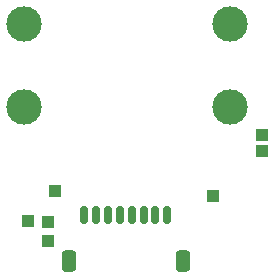
<source format=gbr>
%TF.GenerationSoftware,KiCad,Pcbnew,9.0.0*%
%TF.CreationDate,2025-04-09T13:07:37+02:00*%
%TF.ProjectId,breakoutboard,62726561-6b6f-4757-9462-6f6172642e6b,rev?*%
%TF.SameCoordinates,Original*%
%TF.FileFunction,Soldermask,Bot*%
%TF.FilePolarity,Negative*%
%FSLAX46Y46*%
G04 Gerber Fmt 4.6, Leading zero omitted, Abs format (unit mm)*
G04 Created by KiCad (PCBNEW 9.0.0) date 2025-04-09 13:07:37*
%MOMM*%
%LPD*%
G01*
G04 APERTURE LIST*
G04 Aperture macros list*
%AMRoundRect*
0 Rectangle with rounded corners*
0 $1 Rounding radius*
0 $2 $3 $4 $5 $6 $7 $8 $9 X,Y pos of 4 corners*
0 Add a 4 corners polygon primitive as box body*
4,1,4,$2,$3,$4,$5,$6,$7,$8,$9,$2,$3,0*
0 Add four circle primitives for the rounded corners*
1,1,$1+$1,$2,$3*
1,1,$1+$1,$4,$5*
1,1,$1+$1,$6,$7*
1,1,$1+$1,$8,$9*
0 Add four rect primitives between the rounded corners*
20,1,$1+$1,$2,$3,$4,$5,0*
20,1,$1+$1,$4,$5,$6,$7,0*
20,1,$1+$1,$6,$7,$8,$9,0*
20,1,$1+$1,$8,$9,$2,$3,0*%
G04 Aperture macros list end*
%ADD10R,1.000000X1.000000*%
%ADD11C,3.000000*%
%ADD12RoundRect,0.150000X0.150000X0.625000X-0.150000X0.625000X-0.150000X-0.625000X0.150000X-0.625000X0*%
%ADD13RoundRect,0.250000X0.350000X0.650000X-0.350000X0.650000X-0.350000X-0.650000X0.350000X-0.650000X0*%
G04 APERTURE END LIST*
D10*
%TO.C,*%
X157300000Y-102000000D03*
%TD*%
%TO.C,*%
X143900000Y-101600000D03*
%TD*%
%TO.C,*%
X161400000Y-96800000D03*
%TD*%
%TO.C,*%
X161400000Y-98200000D03*
%TD*%
%TO.C,REF\u002A\u002A*%
X141600000Y-104100000D03*
%TD*%
D11*
%TO.C,*%
X158700000Y-94450000D03*
%TD*%
%TO.C,*%
X141300000Y-94450000D03*
%TD*%
D10*
%TO.C,REF\u002A\u002A*%
X143300000Y-104200000D03*
%TD*%
D11*
%TO.C,*%
X158700000Y-87450000D03*
%TD*%
D10*
%TO.C,REF\u002A\u002A*%
X143300000Y-105800000D03*
%TD*%
D11*
%TO.C,*%
X141300000Y-87450000D03*
%TD*%
D12*
%TO.C,J2*%
X153400000Y-103600000D03*
X152400000Y-103600000D03*
X151400000Y-103600000D03*
X150400000Y-103600000D03*
X149400000Y-103600000D03*
X148400000Y-103600000D03*
X147400000Y-103600000D03*
X146400000Y-103600000D03*
D13*
X154700000Y-107475000D03*
X145100000Y-107475000D03*
%TD*%
M02*

</source>
